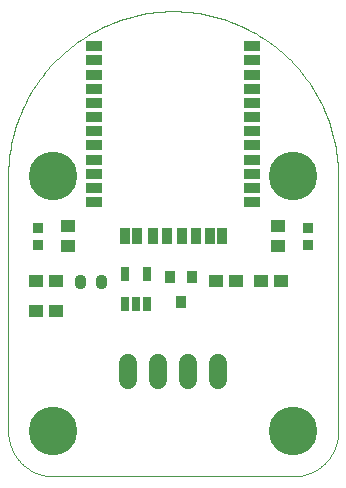
<source format=gts>
G75*
%MOIN*%
%OFA0B0*%
%FSLAX25Y25*%
%IPPOS*%
%LPD*%
%AMOC8*
5,1,8,0,0,1.08239X$1,22.5*
%
%ADD10R,0.03550X0.03943*%
%ADD11C,0.03150*%
%ADD12R,0.03550X0.03550*%
%ADD13R,0.04731X0.04337*%
%ADD14R,0.05518X0.03550*%
%ADD15R,0.03550X0.05518*%
%ADD16C,0.00000*%
%ADD17C,0.05943*%
%ADD18C,0.16211*%
%ADD19R,0.02565X0.05124*%
D10*
X0060560Y0085443D03*
X0064300Y0077175D03*
X0068040Y0085443D03*
D11*
X0038193Y0084796D02*
X0038193Y0083216D01*
X0037407Y0083216D01*
X0037407Y0084796D01*
X0038193Y0084796D01*
X0031193Y0084796D02*
X0031193Y0083216D01*
X0030407Y0083216D01*
X0030407Y0084796D01*
X0031193Y0084796D01*
D12*
X0016800Y0096053D03*
X0016800Y0101959D03*
X0106800Y0101959D03*
X0106800Y0096053D03*
D13*
X0097646Y0084006D03*
X0090954Y0084006D03*
X0096800Y0095659D03*
X0096800Y0102352D03*
X0082646Y0084006D03*
X0075954Y0084006D03*
X0026800Y0095659D03*
X0026800Y0102352D03*
X0022646Y0084006D03*
X0022646Y0074006D03*
X0015954Y0074006D03*
X0015954Y0084006D03*
D14*
X0035422Y0110423D03*
X0035422Y0115148D03*
X0035422Y0119872D03*
X0035422Y0124596D03*
X0035422Y0129321D03*
X0035422Y0134045D03*
X0035422Y0138770D03*
X0035422Y0143494D03*
X0035422Y0148219D03*
X0035422Y0152943D03*
X0035422Y0157667D03*
X0035422Y0162392D03*
X0088178Y0162392D03*
X0088178Y0157667D03*
X0088178Y0152943D03*
X0088178Y0148219D03*
X0088178Y0143494D03*
X0088178Y0138770D03*
X0088178Y0134045D03*
X0088178Y0129321D03*
X0088178Y0124596D03*
X0088178Y0119872D03*
X0088178Y0115148D03*
X0088178Y0110423D03*
D15*
X0077942Y0099006D03*
X0074005Y0099006D03*
X0069280Y0099006D03*
X0064556Y0099006D03*
X0059831Y0099006D03*
X0055107Y0099006D03*
X0049595Y0099006D03*
X0045658Y0099006D03*
D16*
X0006800Y0119006D02*
X0006800Y0034006D01*
X0006804Y0033644D01*
X0006818Y0033281D01*
X0006839Y0032919D01*
X0006870Y0032558D01*
X0006909Y0032198D01*
X0006957Y0031839D01*
X0007014Y0031481D01*
X0007079Y0031124D01*
X0007153Y0030769D01*
X0007236Y0030416D01*
X0007327Y0030065D01*
X0007426Y0029717D01*
X0007534Y0029371D01*
X0007650Y0029027D01*
X0007775Y0028687D01*
X0007907Y0028350D01*
X0008048Y0028016D01*
X0008197Y0027685D01*
X0008354Y0027358D01*
X0008518Y0027035D01*
X0008690Y0026716D01*
X0008870Y0026402D01*
X0009058Y0026091D01*
X0009253Y0025786D01*
X0009455Y0025485D01*
X0009665Y0025189D01*
X0009881Y0024899D01*
X0010105Y0024613D01*
X0010335Y0024333D01*
X0010572Y0024059D01*
X0010816Y0023791D01*
X0011066Y0023528D01*
X0011322Y0023272D01*
X0011585Y0023022D01*
X0011853Y0022778D01*
X0012127Y0022541D01*
X0012407Y0022311D01*
X0012693Y0022087D01*
X0012983Y0021871D01*
X0013279Y0021661D01*
X0013580Y0021459D01*
X0013885Y0021264D01*
X0014196Y0021076D01*
X0014510Y0020896D01*
X0014829Y0020724D01*
X0015152Y0020560D01*
X0015479Y0020403D01*
X0015810Y0020254D01*
X0016144Y0020113D01*
X0016481Y0019981D01*
X0016821Y0019856D01*
X0017165Y0019740D01*
X0017511Y0019632D01*
X0017859Y0019533D01*
X0018210Y0019442D01*
X0018563Y0019359D01*
X0018918Y0019285D01*
X0019275Y0019220D01*
X0019633Y0019163D01*
X0019992Y0019115D01*
X0020352Y0019076D01*
X0020713Y0019045D01*
X0021075Y0019024D01*
X0021438Y0019010D01*
X0021800Y0019006D01*
X0101800Y0019006D01*
X0102162Y0019010D01*
X0102525Y0019024D01*
X0102887Y0019045D01*
X0103248Y0019076D01*
X0103608Y0019115D01*
X0103967Y0019163D01*
X0104325Y0019220D01*
X0104682Y0019285D01*
X0105037Y0019359D01*
X0105390Y0019442D01*
X0105741Y0019533D01*
X0106089Y0019632D01*
X0106435Y0019740D01*
X0106779Y0019856D01*
X0107119Y0019981D01*
X0107456Y0020113D01*
X0107790Y0020254D01*
X0108121Y0020403D01*
X0108448Y0020560D01*
X0108771Y0020724D01*
X0109090Y0020896D01*
X0109404Y0021076D01*
X0109715Y0021264D01*
X0110020Y0021459D01*
X0110321Y0021661D01*
X0110617Y0021871D01*
X0110907Y0022087D01*
X0111193Y0022311D01*
X0111473Y0022541D01*
X0111747Y0022778D01*
X0112015Y0023022D01*
X0112278Y0023272D01*
X0112534Y0023528D01*
X0112784Y0023791D01*
X0113028Y0024059D01*
X0113265Y0024333D01*
X0113495Y0024613D01*
X0113719Y0024899D01*
X0113935Y0025189D01*
X0114145Y0025485D01*
X0114347Y0025786D01*
X0114542Y0026091D01*
X0114730Y0026402D01*
X0114910Y0026716D01*
X0115082Y0027035D01*
X0115246Y0027358D01*
X0115403Y0027685D01*
X0115552Y0028016D01*
X0115693Y0028350D01*
X0115825Y0028687D01*
X0115950Y0029027D01*
X0116066Y0029371D01*
X0116174Y0029717D01*
X0116273Y0030065D01*
X0116364Y0030416D01*
X0116447Y0030769D01*
X0116521Y0031124D01*
X0116586Y0031481D01*
X0116643Y0031839D01*
X0116691Y0032198D01*
X0116730Y0032558D01*
X0116761Y0032919D01*
X0116782Y0033281D01*
X0116796Y0033644D01*
X0116800Y0034006D01*
X0116800Y0119006D01*
X0116784Y0120345D01*
X0116735Y0121684D01*
X0116653Y0123021D01*
X0116539Y0124355D01*
X0116393Y0125687D01*
X0116214Y0127014D01*
X0116003Y0128337D01*
X0115759Y0129654D01*
X0115484Y0130965D01*
X0115177Y0132268D01*
X0114838Y0133564D01*
X0114468Y0134851D01*
X0114067Y0136129D01*
X0113634Y0137397D01*
X0113171Y0138654D01*
X0112677Y0139899D01*
X0112153Y0141132D01*
X0111600Y0142351D01*
X0111016Y0143557D01*
X0110404Y0144748D01*
X0109763Y0145924D01*
X0109093Y0147084D01*
X0108395Y0148227D01*
X0107670Y0149353D01*
X0106917Y0150461D01*
X0106138Y0151551D01*
X0105332Y0152621D01*
X0104501Y0153671D01*
X0103644Y0154700D01*
X0102762Y0155709D01*
X0101857Y0156695D01*
X0100927Y0157659D01*
X0099974Y0158601D01*
X0098999Y0159519D01*
X0098001Y0160412D01*
X0096982Y0161282D01*
X0095942Y0162126D01*
X0094882Y0162944D01*
X0093802Y0163737D01*
X0092704Y0164503D01*
X0091586Y0165242D01*
X0090452Y0165954D01*
X0089300Y0166637D01*
X0088132Y0167293D01*
X0086948Y0167920D01*
X0085750Y0168518D01*
X0084537Y0169086D01*
X0083311Y0169625D01*
X0082072Y0170134D01*
X0080821Y0170612D01*
X0079558Y0171060D01*
X0078286Y0171477D01*
X0077003Y0171863D01*
X0075711Y0172218D01*
X0074411Y0172541D01*
X0073104Y0172832D01*
X0071790Y0173091D01*
X0070470Y0173318D01*
X0069145Y0173513D01*
X0067815Y0173676D01*
X0066482Y0173806D01*
X0065147Y0173904D01*
X0063809Y0173969D01*
X0062470Y0174002D01*
X0061130Y0174002D01*
X0059791Y0173969D01*
X0058453Y0173904D01*
X0057118Y0173806D01*
X0055785Y0173676D01*
X0054455Y0173513D01*
X0053130Y0173318D01*
X0051810Y0173091D01*
X0050496Y0172832D01*
X0049189Y0172541D01*
X0047889Y0172218D01*
X0046597Y0171863D01*
X0045314Y0171477D01*
X0044042Y0171060D01*
X0042779Y0170612D01*
X0041528Y0170134D01*
X0040289Y0169625D01*
X0039063Y0169086D01*
X0037850Y0168518D01*
X0036652Y0167920D01*
X0035468Y0167293D01*
X0034300Y0166637D01*
X0033148Y0165954D01*
X0032014Y0165242D01*
X0030896Y0164503D01*
X0029798Y0163737D01*
X0028718Y0162944D01*
X0027658Y0162126D01*
X0026618Y0161282D01*
X0025599Y0160412D01*
X0024601Y0159519D01*
X0023626Y0158601D01*
X0022673Y0157659D01*
X0021743Y0156695D01*
X0020838Y0155709D01*
X0019956Y0154700D01*
X0019099Y0153671D01*
X0018268Y0152621D01*
X0017462Y0151551D01*
X0016683Y0150461D01*
X0015930Y0149353D01*
X0015205Y0148227D01*
X0014507Y0147084D01*
X0013837Y0145924D01*
X0013196Y0144748D01*
X0012584Y0143557D01*
X0012000Y0142351D01*
X0011447Y0141132D01*
X0010923Y0139899D01*
X0010429Y0138654D01*
X0009966Y0137397D01*
X0009533Y0136129D01*
X0009132Y0134851D01*
X0008762Y0133564D01*
X0008423Y0132268D01*
X0008116Y0130965D01*
X0007841Y0129654D01*
X0007597Y0128337D01*
X0007386Y0127014D01*
X0007207Y0125687D01*
X0007061Y0124355D01*
X0006947Y0123021D01*
X0006865Y0121684D01*
X0006816Y0120345D01*
X0006800Y0119006D01*
D17*
X0046800Y0056778D02*
X0046800Y0051234D01*
X0056800Y0051234D02*
X0056800Y0056778D01*
X0066800Y0056778D02*
X0066800Y0051234D01*
X0076800Y0051234D02*
X0076800Y0056778D01*
D18*
X0101800Y0034006D03*
X0101800Y0119006D03*
X0021800Y0119006D03*
X0021800Y0034006D03*
D19*
X0045560Y0076388D03*
X0049300Y0076388D03*
X0053040Y0076388D03*
X0053040Y0086624D03*
X0045560Y0086624D03*
M02*

</source>
